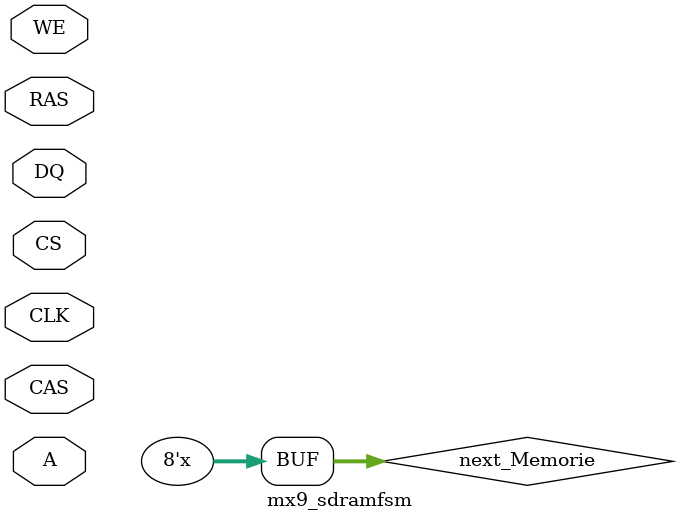
<source format=v>


`timescale 1ns / 1ps

module mx9_sdramfsm (A, CAS, CLK, CS, DQ, RAS, WE);
input   CAS;
input   CLK;
input   CS;
input   RAS;
input   WE;
input   [0:11]A;
input   [0:7]DQ;

tri     [0:11]A;
reg     [0:11]ino_A;
wire    CAS;
wire    CLK;
wire    CS;
tri     [0:7]DQ;
reg     [0:7]ino_DQ;
wire    RAS;
wire    WE;

// BINARY ENCODED state machine: Sreg0
// State codes definitions:
`define S1 3'b000
`define S2 3'b001
`define S3 3'b010
`define S4 3'b011
`define S5 3'b100
`define S6 3'b101

reg [2:0]CurrState_Sreg0, NextState_Sreg0;

// Diagram actions (continuous assignments allowed only: assign ...)
//diagram ACTIONS


//--------------------------------------------------------------------
// Machine: Sreg0
//--------------------------------------------------------------------
// machine variables declarations
reg  [0:7]Memorie, next_Memorie;
//----------------------------------
// NextState logic (combinatorial)
//----------------------------------
always @ (DQ or CS or RAS or CAS or WE or Memorie or CurrState_Sreg0)
begin : Sreg0_NextState
	NextState_Sreg0 <= CurrState_Sreg0;
	// Set default values for outputs and signals
	next_Memorie = Memorie;
	case (CurrState_Sreg0)	// synopsys parallel_case full_case
		`S1:
			if (CS!=1)
				NextState_Sreg0 <= `S1;
			else if (CS==1)
				NextState_Sreg0 <= `S2;
		`S2:
			if (RAS!=1 || CAS!=1)
				NextState_Sreg0 <= `S1;
			else if (RAS==1 && CAS==1)
				NextState_Sreg0 <= `S3;
		`S3:
		begin
			Memorie <= DQ;
			if (WE!=1)
				NextState_Sreg0 <= `S6;
			else if (WE==1)
				NextState_Sreg0 <= `S4;
		end
		`S4:
			NextState_Sreg0 <= `S5;
		`S5:
			NextState_Sreg0 <= `S1;
		`S6:
			NextState_Sreg0 <= `S5;
	endcase
end

//----------------------------------
// Current State Logic (sequential)
//----------------------------------
always @ (posedge CLK)
begin : Sreg0_CurrentState
	CurrState_Sreg0 <= NextState_Sreg0;
end

initial CurrState_Sreg0 <= `S1;
//----------------------------------
// Registered outputs logic
//----------------------------------
always @ (posedge CLK)
begin : Sreg0_RegOutput
	Memorie <= next_Memorie;
end

endmodule
</source>
